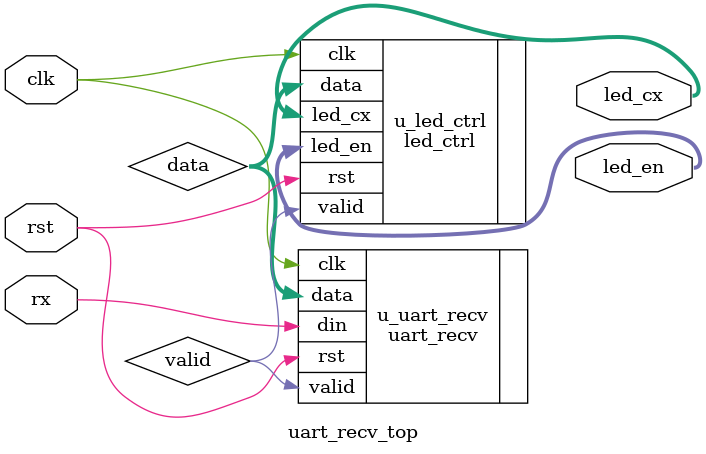
<source format=v>
`timescale 1ns / 1ps


module uart_recv_top(
    input        clk   ,  // Ê±ÖÓÐÅºÅ
    input        rst   ,  // ¸´Î»ÐÅºÅ
    input        rx    ,  // UART ½ÓÊÕÊäÈëÐÅºÅ 
    output [7:0] led_en,  // ÊýÂë¹ÜÊ¹ÄÜÐÅºÅ, ´Ó×óµ½ÓÒ: A18 A20 B20 E18 F18 D19 E19 C19
                          // DK7-DK6: Ñ§ºÅºóÁ½Î» 09 => 00000011(0) CA CB CC CD CF CG 01101111(9)
                          // DK5-Dk4: ²¦Âë¿ª¹Ø SW7-SW0 ÊäÈëµÄ¸öÊý
                          // DK3-DK2: ÊäÈë¼ÆÊý
                          // DK1-DK0: Ê®½øÖÆ¼ÆÊý, ¼ÆÊýµ½20±£³Ö, °´ÏÂS2ÖØÐÂ¿ªÊ¼
    output [7:0] led_cx   // ÊýÂë¹ÜÇý¶¯ÐÅºÅ, CA~CG-DP: F15 F13 F14 F16 E17 C14 C15 E13
);

    // ±äÁ¿¶¨Òå, ½ÓÊÕÄ£¿éÊä³öºó½ÓÈëÊýÂë¹Ü¿ØÖÆÄ£¿é
    wire [7:0] data ;     // Êý¾ÝÐÅºÅ
    wire       valid;     // ÓÐÐ§ÐÅºÅ

    // UART ½ÓÊÕÄ£¿éÊµÀý»¯
    uart_recv u_uart_recv(
        .clk  (clk  ),
        .rst  (rst  ),
        .din  (rx   ), 
        .valid(valid),
        .data (data )
    );

    // ÊýÂë¹Ü¿ØÖÆÄ£¿éÊµÀý»¯
    led_ctrl u_led_ctrl(
        .clk   (clk   ),
        .rst   (rst   ),
        .data  (data  ),
        .valid (valid ),
        .led_cx(led_cx),
        .led_en(led_en)
    );
endmodule

</source>
